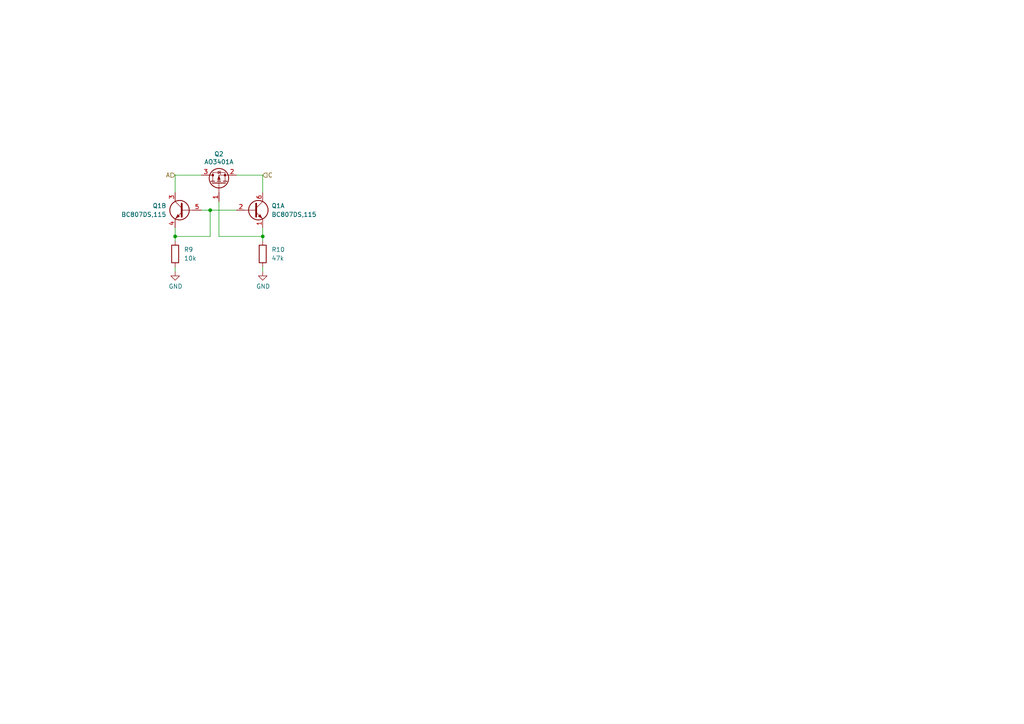
<source format=kicad_sch>
(kicad_sch (version 20230121) (generator eeschema)
  (paper "A4")
  (lib_symbols
    (symbol "Device:R" (pin_numbers hide) (pin_names (offset 0))
      (property "Reference" "R" (at 2.032 0 90))
      (property "Value" "R" (at 0 0 90))
      (symbol "R_0_1"
        (rectangle (start -1.016 -2.54) (end 1.016 2.54) (stroke (width 0.254)))
      )
      (symbol "R_1_1"
        (pin passive line (at 0 3.81 270) (length 1.27) (name "~") (number "1"))
        (pin passive line (at 0 -3.81 90) (length 1.27) (name "~") (number "2"))
      )
    )
    (symbol "Transistor_BJT:MMDT2222A" (pin_names (offset 0) hide)
      (property "Reference" "Q" (at 5.08 1.27 0))
      (property "Value" "MMDT2222A" (at 5.08 -1.27 0))
      (symbol "MMDT2222A_0_1"
        (polyline (pts (xy 0.635 0) (xy -2.54 0)))
        (polyline (pts (xy 0.635 0.635) (xy 2.54 2.54)))
        (polyline (pts (xy 0.635 -0.635) (xy 2.54 -2.54) (xy 2.54 -2.54)))
        (polyline (pts (xy 0.635 1.905) (xy 0.635 -1.905) (xy 0.635 -1.905)) (stroke (width 0.508)))
        (polyline (pts (xy 1.27 -1.778) (xy 1.778 -1.27) (xy 2.286 -2.286) (xy 1.27 -1.778) (xy 1.27 -1.778)) (fill (type outline)))
        (circle (center 1.27 0) (radius 2.8194) (stroke (width 0.254)))
      )
      (symbol "MMDT2222A_1_1"
        (pin passive line (at 2.54 -5.08 90) (length 2.54) (name "E1") (number "1"))
        (pin input line (at -5.08 0 0) (length 2.54) (name "B1") (number "2"))
        (pin passive line (at 2.54 5.08 270) (length 2.54) (name "C1") (number "6"))
      )
      (symbol "MMDT2222A_2_1"
        (pin passive line (at 2.54 5.08 270) (length 2.54) (name "C2") (number "3"))
        (pin passive line (at 2.54 -5.08 90) (length 2.54) (name "E2") (number "4"))
        (pin input line (at -5.08 0 0) (length 2.54) (name "B2") (number "5"))
      )
    )
    (symbol "Transistor_FET:AO3401A" (pin_names (offset 0) hide)
      (property "Reference" "Q" (at 5.08 1.905 0))
      (property "Value" "AO3401A" (at 5.08 0 0))
      (symbol "AO3401A_0_1"
        (polyline (pts (xy -2.54 0) (xy 0.254 0)))
        (polyline (pts (xy 0.762 -1.778) (xy 2.54 -1.778)))
        (polyline (pts (xy 0.762 -1.27) (xy 0.762 -2.286)) (stroke (width 0.254)))
        (polyline (pts (xy 0.762 0) (xy 2.54 0)))
        (polyline (pts (xy 0.762 0.508) (xy 0.762 -0.508)) (stroke (width 0.254)))
        (polyline (pts (xy 0.762 1.778) (xy 2.54 1.778)))
        (polyline (pts (xy 0.762 2.286) (xy 0.762 1.27)) (stroke (width 0.254)))
        (polyline (pts (xy 2.54 -1.778) (xy 2.54 -2.54)))
        (polyline (pts (xy 2.54 -1.778) (xy 2.54 0)))
        (polyline (pts (xy 2.54 2.54) (xy 2.54 1.778)))
        (polyline (pts (xy 0.254 1.905) (xy 0.254 -1.905) (xy 0.254 -1.905)) (stroke (width 0.254)))
        (polyline (pts (xy 2.286 0) (xy 1.27 -0.381) (xy 1.27 0.381) (xy 2.286 0)) (fill (type outline)))
        (polyline (pts (xy 2.54 -1.778) (xy 3.302 -1.778) (xy 3.302 1.778) (xy 2.54 1.778)))
        (polyline (pts (xy 2.794 -0.508) (xy 2.921 -0.381) (xy 3.683 -0.381) (xy 3.81 -0.254)))
        (polyline (pts (xy 3.302 -0.381) (xy 2.921 0.254) (xy 3.683 0.254) (xy 3.302 -0.381)))
        (circle (center 1.651 0) (radius 2.8194) (stroke (width 0.254)))
        (circle (center 2.54 -1.778) (radius 0.2794) (fill (type outline)))
        (circle (center 2.54 1.778) (radius 0.2794) (fill (type outline)))
      )
      (symbol "AO3401A_1_1"
        (pin input line (at -5.08 0 0) (length 2.54) (name "G") (number "1"))
        (pin passive line (at 2.54 -5.08 90) (length 2.54) (name "S") (number "2"))
        (pin passive line (at 2.54 5.08 270) (length 2.54) (name "D") (number "3"))
      )
    )
    (symbol "power:GND" (power) (pin_names (offset 0))
      (property "Value" "GND" (at 0 -3.81 0))
      (symbol "GND_0_1"
        (polyline (pts (xy 0 0) (xy 0 -1.27) (xy 1.27 -1.27) (xy 0 -2.54) (xy -1.27 -1.27) (xy 0 -1.27)))
      )
      (symbol "GND_1_1"
        (pin power_in line (at 0 0 270) (length 0) hide (name "GND") (number "1"))
      )
    )
  )
  (junction (at 60.96 60.96))
  (junction (at 50.8 68.58))
  (junction (at 76.2 68.58))
  (wire (pts (xy 76.2 66.04) (xy 76.2 68.58)))
  (wire (pts (xy 76.2 68.58) (xy 63.5 68.58)))
  (wire (pts (xy 76.2 68.58) (xy 76.2 69.85)))
  (wire (pts (xy 50.8 77.47) (xy 50.8 78.74)))
  (wire (pts (xy 50.8 68.58) (xy 60.96 68.58)))
  (wire (pts (xy 68.58 50.8) (xy 76.2 50.8)))
  (wire (pts (xy 50.8 50.8) (xy 58.42 50.8)))
  (wire (pts (xy 58.42 60.96) (xy 60.96 60.96)))
  (wire (pts (xy 60.96 68.58) (xy 60.96 60.96)))
  (wire (pts (xy 63.5 58.42) (xy 63.5 68.58)))
  (wire (pts (xy 50.8 68.58) (xy 50.8 69.85)))
  (wire (pts (xy 76.2 77.47) (xy 76.2 78.74)))
  (wire (pts (xy 60.96 60.96) (xy 68.58 60.96)))
  (wire (pts (xy 50.8 66.04) (xy 50.8 68.58)))
  (wire (pts (xy 50.8 55.88) (xy 50.8 50.8)))
  (wire (pts (xy 76.2 50.8) (xy 76.2 55.88)))
  (hierarchical_label "C" (shape input) (at 76.2 50.8 0))
  (hierarchical_label "A" (shape input) (at 50.8 50.8 180))
  (symbol (lib_id "Transistor_BJT:MMDT2222A") (at 53.34 60.96 0) (mirror y) (unit 2)
    (property "Reference" "Q1" (at 48.26 59.6899 0) (effects (justify left)))
    (property "Value" "BC807DS,115" (at 48.26 62.2299 0) (effects (justify left)))
    (property "Footprint" "Package_SO:SC-74-6_1.5x2.9mm_P0.95mm" (effects hide))
    (property "Datasheet" "http://www.diodes.com/_files/datasheets/ds30125.pdf" (effects hide))
    (instances (project "chubby-hat" (path "" (reference "Q1") (unit 2)) (path "" (reference "Q3") (unit 2))))
  )
  (symbol (lib_id "Transistor_FET:AO3401A") (at 63.5 53.34 90) (unit 1)
    (property "Reference" "Q2" (at 63.5 44.6594 90))
    (property "Value" "AO3401A" (at 63.5 46.9581 90))
    (property "Footprint" "Package_TO_SOT_SMD:SOT-23" (effects hide))
    (property "Datasheet" "http://www.aosmd.com/pdfs/datasheet/AO3401A.pdf" (effects hide))
    (instances (project "chubby-hat" (path "" (reference "Q2") (unit 1)) (path "" (reference "Q4") (unit 1))))
  )
  (symbol (lib_id "power:GND") (at 50.8 78.74 0) (unit 1)
    (property "Reference" "#PWR068" (effects hide))
    (property "Value" "GND" (at 50.9143 83.0644 0))
    (instances (project "chubby-hat" (path "" (reference "#PWR068") (unit 1)) (path "" (reference "#PWR070") (unit 1))))
  )
  (symbol (lib_id "power:GND") (at 76.2 78.74 0) (unit 1)
    (property "Reference" "#PWR069" (effects hide))
    (property "Value" "GND" (at 76.3143 83.0644 0))
    (instances (project "chubby-hat" (path "" (reference "#PWR069") (unit 1)) (path "" (reference "#PWR071") (unit 1))))
  )
  (symbol (lib_id "Device:R") (at 76.2 73.66 180) (unit 1)
    (property "Reference" "R10" (at 78.74 72.3899 0) (effects (justify right)))
    (property "Value" "47k" (at 78.74 74.9299 0) (effects (justify right)))
    (property "Footprint" "Resistor_SMD:R_0603_1608Metric" (effects hide))
    (instances (project "chubby-hat" (path "" (reference "R10") (unit 1)) (path "" (reference "R12") (unit 1))))
  )
  (symbol (lib_id "Transistor_BJT:MMDT2222A") (at 73.66 60.96 0) (unit 1)
    (property "Reference" "Q1" (at 78.74 59.6899 0) (effects (justify left)))
    (property "Value" "BC807DS,115" (at 78.74 62.2299 0) (effects (justify left)))
    (property "Footprint" "Package_SO:SC-74-6_1.5x2.9mm_P0.95mm" (effects hide))
    (property "Datasheet" "http://www.diodes.com/_files/datasheets/ds30125.pdf" (effects hide))
    (instances (project "chubby-hat" (path "" (reference "Q1") (unit 1)) (path "" (reference "Q3") (unit 1))))
  )
  (symbol (lib_id "Device:R") (at 50.8 73.66 180) (unit 1)
    (property "Reference" "R9" (at 53.34 72.3899 0) (effects (justify right)))
    (property "Value" "10k" (at 53.34 74.9299 0) (effects (justify right)))
    (property "Footprint" "Resistor_SMD:R_0603_1608Metric" (effects hide))
    (instances (project "chubby-hat" (path "" (reference "R9") (unit 1)) (path "" (reference "R11") (unit 1))))
  )
)
</source>
